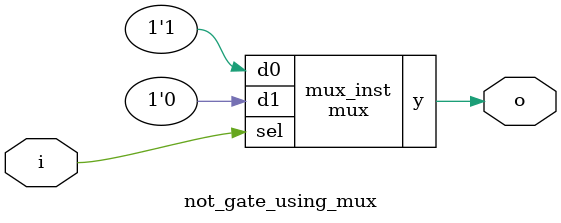
<source format=sv>

module mux
(
  input  d0, d1,
  input  sel,
  output y
);

  assign y = sel ? d1 : d0;

endmodule

//----------------------------------------------------------------------------
// Task
//----------------------------------------------------------------------------

module not_gate_using_mux
(
    input  i,
    output o
);

  // Task:
  // Implement not gate using instance(s) of mux,
  // constants 0 and 1, and wire connections
  mux mux_inst('1, '0, i, o);

endmodule

</source>
